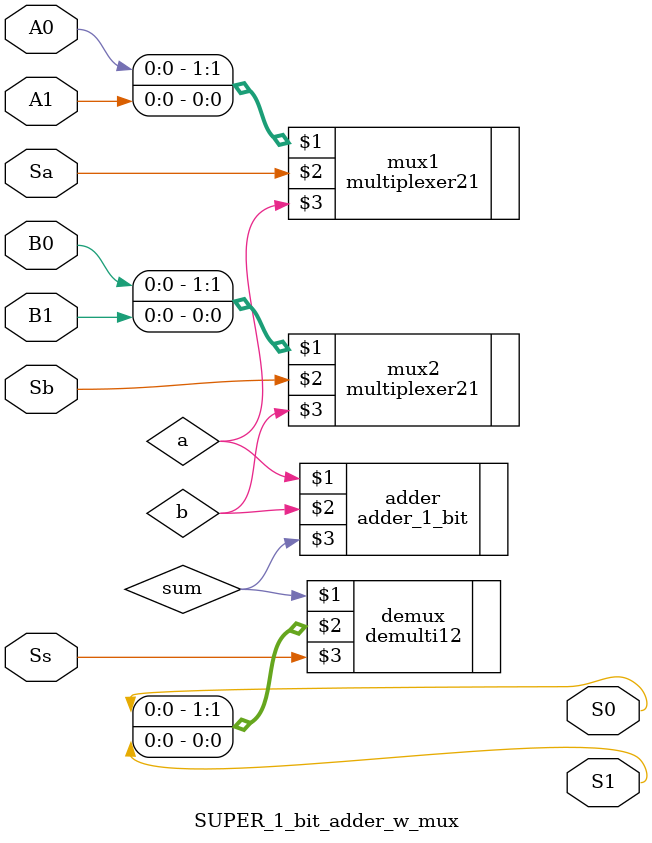
<source format=v>
`timescale 1ns / 1ps

module SUPER_1_bit_adder_w_mux(
    input A0,
    input A1,
    input B0,
    input B1,
    input Sa,
    input Sb,
    input Ss,
    output S0,
    output S1
    );
	 
	 wire a, b, sum;

	multiplexer21 mux1({A0,	 A1}, Sa, a);
	multiplexer21 mux2({B0, B1}, Sb, b);
	adder_1_bit adder(a, b, sum);
	demulti12 demux(sum, {S0, S1}, Ss);

endmodule

</source>
